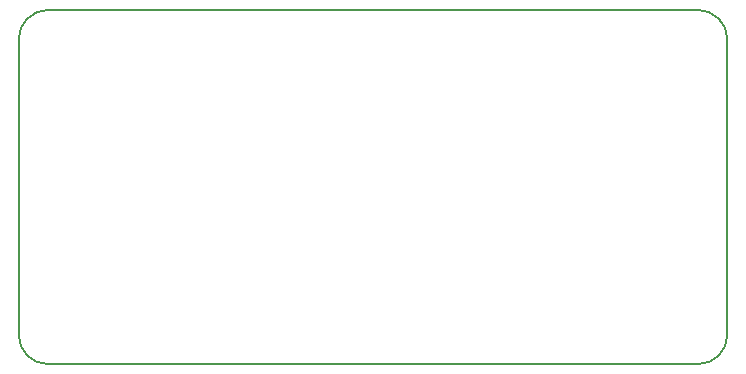
<source format=gm1>
G04 #@! TF.FileFunction,Profile,NP*
%FSLAX46Y46*%
G04 Gerber Fmt 4.6, Leading zero omitted, Abs format (unit mm)*
G04 Created by KiCad (PCBNEW 4.0.5) date 12/27/16 09:40:05*
%MOMM*%
%LPD*%
G01*
G04 APERTURE LIST*
%ADD10C,0.100000*%
%ADD11C,0.150000*%
G04 APERTURE END LIST*
D10*
D11*
X160000000Y-72500000D02*
G75*
G03X157500000Y-70000000I-2500000J0D01*
G01*
X100000000Y-97500000D02*
G75*
G03X102500000Y-100000000I2500000J0D01*
G01*
X157500000Y-70000000D02*
X102500000Y-70000000D01*
X157500000Y-100000000D02*
G75*
G03X160000000Y-97500000I0J2500000D01*
G01*
X102500000Y-70000000D02*
G75*
G03X100000000Y-72500000I0J-2500000D01*
G01*
X100000000Y-72500000D02*
X100000000Y-97500000D01*
X160000000Y-97500000D02*
X160000000Y-72500000D01*
X102500000Y-100000000D02*
X157500000Y-100000000D01*
M02*

</source>
